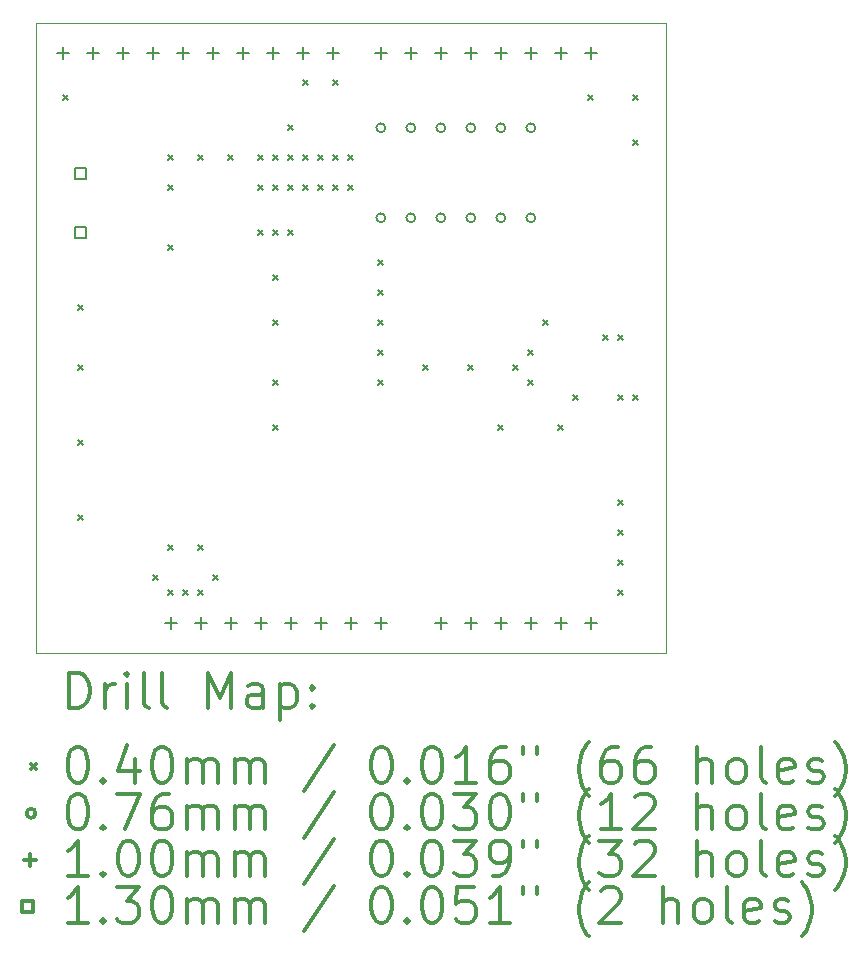
<source format=gbr>
%FSLAX45Y45*%
G04 Gerber Fmt 4.5, Leading zero omitted, Abs format (unit mm)*
G04 Created by KiCad (PCBNEW (5.1.6)-1) date 2020-09-16 22:31:21*
%MOMM*%
%LPD*%
G01*
G04 APERTURE LIST*
%TA.AperFunction,Profile*%
%ADD10C,0.050000*%
%TD*%
%ADD11C,0.200000*%
%ADD12C,0.300000*%
G04 APERTURE END LIST*
D10*
X11430000Y-13081000D02*
X11430000Y-7747000D01*
X16764000Y-13081000D02*
X11430000Y-13081000D01*
X16764000Y-7747000D02*
X16764000Y-13081000D01*
X11430000Y-7747000D02*
X16764000Y-7747000D01*
D11*
X11664000Y-8362000D02*
X11704000Y-8402000D01*
X11704000Y-8362000D02*
X11664000Y-8402000D01*
X11791000Y-10140000D02*
X11831000Y-10180000D01*
X11831000Y-10140000D02*
X11791000Y-10180000D01*
X11791000Y-10648000D02*
X11831000Y-10688000D01*
X11831000Y-10648000D02*
X11791000Y-10688000D01*
X11791000Y-11283000D02*
X11831000Y-11323000D01*
X11831000Y-11283000D02*
X11791000Y-11323000D01*
X11791000Y-11918000D02*
X11831000Y-11958000D01*
X11831000Y-11918000D02*
X11791000Y-11958000D01*
X12426000Y-12426000D02*
X12466000Y-12466000D01*
X12466000Y-12426000D02*
X12426000Y-12466000D01*
X12553000Y-8870000D02*
X12593000Y-8910000D01*
X12593000Y-8870000D02*
X12553000Y-8910000D01*
X12553000Y-9124000D02*
X12593000Y-9164000D01*
X12593000Y-9124000D02*
X12553000Y-9164000D01*
X12553000Y-9632000D02*
X12593000Y-9672000D01*
X12593000Y-9632000D02*
X12553000Y-9672000D01*
X12553000Y-12172000D02*
X12593000Y-12212000D01*
X12593000Y-12172000D02*
X12553000Y-12212000D01*
X12553000Y-12553000D02*
X12593000Y-12593000D01*
X12593000Y-12553000D02*
X12553000Y-12593000D01*
X12680000Y-12553000D02*
X12720000Y-12593000D01*
X12720000Y-12553000D02*
X12680000Y-12593000D01*
X12807000Y-8870000D02*
X12847000Y-8910000D01*
X12847000Y-8870000D02*
X12807000Y-8910000D01*
X12807000Y-12172000D02*
X12847000Y-12212000D01*
X12847000Y-12172000D02*
X12807000Y-12212000D01*
X12807000Y-12553000D02*
X12847000Y-12593000D01*
X12847000Y-12553000D02*
X12807000Y-12593000D01*
X12934000Y-12426000D02*
X12974000Y-12466000D01*
X12974000Y-12426000D02*
X12934000Y-12466000D01*
X13061000Y-8870000D02*
X13101000Y-8910000D01*
X13101000Y-8870000D02*
X13061000Y-8910000D01*
X13315000Y-8870000D02*
X13355000Y-8910000D01*
X13355000Y-8870000D02*
X13315000Y-8910000D01*
X13315000Y-9124000D02*
X13355000Y-9164000D01*
X13355000Y-9124000D02*
X13315000Y-9164000D01*
X13315000Y-9505000D02*
X13355000Y-9545000D01*
X13355000Y-9505000D02*
X13315000Y-9545000D01*
X13442000Y-8870000D02*
X13482000Y-8910000D01*
X13482000Y-8870000D02*
X13442000Y-8910000D01*
X13442000Y-9124000D02*
X13482000Y-9164000D01*
X13482000Y-9124000D02*
X13442000Y-9164000D01*
X13442000Y-9505000D02*
X13482000Y-9545000D01*
X13482000Y-9505000D02*
X13442000Y-9545000D01*
X13442000Y-9886000D02*
X13482000Y-9926000D01*
X13482000Y-9886000D02*
X13442000Y-9926000D01*
X13442000Y-10267000D02*
X13482000Y-10307000D01*
X13482000Y-10267000D02*
X13442000Y-10307000D01*
X13442000Y-10775000D02*
X13482000Y-10815000D01*
X13482000Y-10775000D02*
X13442000Y-10815000D01*
X13442000Y-11156000D02*
X13482000Y-11196000D01*
X13482000Y-11156000D02*
X13442000Y-11196000D01*
X13569000Y-8616000D02*
X13609000Y-8656000D01*
X13609000Y-8616000D02*
X13569000Y-8656000D01*
X13569000Y-8870000D02*
X13609000Y-8910000D01*
X13609000Y-8870000D02*
X13569000Y-8910000D01*
X13569000Y-9124000D02*
X13609000Y-9164000D01*
X13609000Y-9124000D02*
X13569000Y-9164000D01*
X13569000Y-9505000D02*
X13609000Y-9545000D01*
X13609000Y-9505000D02*
X13569000Y-9545000D01*
X13696000Y-8235000D02*
X13736000Y-8275000D01*
X13736000Y-8235000D02*
X13696000Y-8275000D01*
X13696000Y-8870000D02*
X13736000Y-8910000D01*
X13736000Y-8870000D02*
X13696000Y-8910000D01*
X13696000Y-9124000D02*
X13736000Y-9164000D01*
X13736000Y-9124000D02*
X13696000Y-9164000D01*
X13823000Y-8870000D02*
X13863000Y-8910000D01*
X13863000Y-8870000D02*
X13823000Y-8910000D01*
X13823000Y-9124000D02*
X13863000Y-9164000D01*
X13863000Y-9124000D02*
X13823000Y-9164000D01*
X13950000Y-8235000D02*
X13990000Y-8275000D01*
X13990000Y-8235000D02*
X13950000Y-8275000D01*
X13950000Y-8870000D02*
X13990000Y-8910000D01*
X13990000Y-8870000D02*
X13950000Y-8910000D01*
X13950000Y-9124000D02*
X13990000Y-9164000D01*
X13990000Y-9124000D02*
X13950000Y-9164000D01*
X14077000Y-8870000D02*
X14117000Y-8910000D01*
X14117000Y-8870000D02*
X14077000Y-8910000D01*
X14077000Y-9124000D02*
X14117000Y-9164000D01*
X14117000Y-9124000D02*
X14077000Y-9164000D01*
X14331000Y-9759000D02*
X14371000Y-9799000D01*
X14371000Y-9759000D02*
X14331000Y-9799000D01*
X14331000Y-10013000D02*
X14371000Y-10053000D01*
X14371000Y-10013000D02*
X14331000Y-10053000D01*
X14331000Y-10267000D02*
X14371000Y-10307000D01*
X14371000Y-10267000D02*
X14331000Y-10307000D01*
X14331000Y-10521000D02*
X14371000Y-10561000D01*
X14371000Y-10521000D02*
X14331000Y-10561000D01*
X14331000Y-10775000D02*
X14371000Y-10815000D01*
X14371000Y-10775000D02*
X14331000Y-10815000D01*
X14712000Y-10648000D02*
X14752000Y-10688000D01*
X14752000Y-10648000D02*
X14712000Y-10688000D01*
X15093000Y-10648000D02*
X15133000Y-10688000D01*
X15133000Y-10648000D02*
X15093000Y-10688000D01*
X15347000Y-11156000D02*
X15387000Y-11196000D01*
X15387000Y-11156000D02*
X15347000Y-11196000D01*
X15474000Y-10648000D02*
X15514000Y-10688000D01*
X15514000Y-10648000D02*
X15474000Y-10688000D01*
X15601000Y-10521000D02*
X15641000Y-10561000D01*
X15641000Y-10521000D02*
X15601000Y-10561000D01*
X15601000Y-10775000D02*
X15641000Y-10815000D01*
X15641000Y-10775000D02*
X15601000Y-10815000D01*
X15728000Y-10267000D02*
X15768000Y-10307000D01*
X15768000Y-10267000D02*
X15728000Y-10307000D01*
X15855000Y-11156000D02*
X15895000Y-11196000D01*
X15895000Y-11156000D02*
X15855000Y-11196000D01*
X15982000Y-10902000D02*
X16022000Y-10942000D01*
X16022000Y-10902000D02*
X15982000Y-10942000D01*
X16109000Y-8362000D02*
X16149000Y-8402000D01*
X16149000Y-8362000D02*
X16109000Y-8402000D01*
X16236000Y-10394000D02*
X16276000Y-10434000D01*
X16276000Y-10394000D02*
X16236000Y-10434000D01*
X16363000Y-10394000D02*
X16403000Y-10434000D01*
X16403000Y-10394000D02*
X16363000Y-10434000D01*
X16363000Y-10902000D02*
X16403000Y-10942000D01*
X16403000Y-10902000D02*
X16363000Y-10942000D01*
X16363000Y-11791000D02*
X16403000Y-11831000D01*
X16403000Y-11791000D02*
X16363000Y-11831000D01*
X16363000Y-12045000D02*
X16403000Y-12085000D01*
X16403000Y-12045000D02*
X16363000Y-12085000D01*
X16363000Y-12299000D02*
X16403000Y-12339000D01*
X16403000Y-12299000D02*
X16363000Y-12339000D01*
X16363000Y-12553000D02*
X16403000Y-12593000D01*
X16403000Y-12553000D02*
X16363000Y-12593000D01*
X16490000Y-8362000D02*
X16530000Y-8402000D01*
X16530000Y-8362000D02*
X16490000Y-8402000D01*
X16490000Y-8743000D02*
X16530000Y-8783000D01*
X16530000Y-8743000D02*
X16490000Y-8783000D01*
X16490000Y-10902000D02*
X16530000Y-10942000D01*
X16530000Y-10902000D02*
X16490000Y-10942000D01*
X14389100Y-8636000D02*
G75*
G03*
X14389100Y-8636000I-38100J0D01*
G01*
X14389100Y-9398000D02*
G75*
G03*
X14389100Y-9398000I-38100J0D01*
G01*
X14643100Y-8636000D02*
G75*
G03*
X14643100Y-8636000I-38100J0D01*
G01*
X14643100Y-9398000D02*
G75*
G03*
X14643100Y-9398000I-38100J0D01*
G01*
X14897100Y-8636000D02*
G75*
G03*
X14897100Y-8636000I-38100J0D01*
G01*
X14897100Y-9398000D02*
G75*
G03*
X14897100Y-9398000I-38100J0D01*
G01*
X15151100Y-8636000D02*
G75*
G03*
X15151100Y-8636000I-38100J0D01*
G01*
X15151100Y-9398000D02*
G75*
G03*
X15151100Y-9398000I-38100J0D01*
G01*
X15405100Y-8636000D02*
G75*
G03*
X15405100Y-8636000I-38100J0D01*
G01*
X15405100Y-9398000D02*
G75*
G03*
X15405100Y-9398000I-38100J0D01*
G01*
X15659100Y-8636000D02*
G75*
G03*
X15659100Y-8636000I-38100J0D01*
G01*
X15659100Y-9398000D02*
G75*
G03*
X15659100Y-9398000I-38100J0D01*
G01*
X11659000Y-7951000D02*
X11659000Y-8051000D01*
X11609000Y-8001000D02*
X11709000Y-8001000D01*
X11913000Y-7951000D02*
X11913000Y-8051000D01*
X11863000Y-8001000D02*
X11963000Y-8001000D01*
X12167000Y-7951000D02*
X12167000Y-8051000D01*
X12117000Y-8001000D02*
X12217000Y-8001000D01*
X12421000Y-7951000D02*
X12421000Y-8051000D01*
X12371000Y-8001000D02*
X12471000Y-8001000D01*
X12573000Y-12777000D02*
X12573000Y-12877000D01*
X12523000Y-12827000D02*
X12623000Y-12827000D01*
X12675000Y-7951000D02*
X12675000Y-8051000D01*
X12625000Y-8001000D02*
X12725000Y-8001000D01*
X12827000Y-12777000D02*
X12827000Y-12877000D01*
X12777000Y-12827000D02*
X12877000Y-12827000D01*
X12929000Y-7951000D02*
X12929000Y-8051000D01*
X12879000Y-8001000D02*
X12979000Y-8001000D01*
X13081000Y-12777000D02*
X13081000Y-12877000D01*
X13031000Y-12827000D02*
X13131000Y-12827000D01*
X13183000Y-7951000D02*
X13183000Y-8051000D01*
X13133000Y-8001000D02*
X13233000Y-8001000D01*
X13335000Y-12777000D02*
X13335000Y-12877000D01*
X13285000Y-12827000D02*
X13385000Y-12827000D01*
X13437000Y-7951000D02*
X13437000Y-8051000D01*
X13387000Y-8001000D02*
X13487000Y-8001000D01*
X13589000Y-12777000D02*
X13589000Y-12877000D01*
X13539000Y-12827000D02*
X13639000Y-12827000D01*
X13691000Y-7951000D02*
X13691000Y-8051000D01*
X13641000Y-8001000D02*
X13741000Y-8001000D01*
X13843000Y-12777000D02*
X13843000Y-12877000D01*
X13793000Y-12827000D02*
X13893000Y-12827000D01*
X13945000Y-7951000D02*
X13945000Y-8051000D01*
X13895000Y-8001000D02*
X13995000Y-8001000D01*
X14097000Y-12777000D02*
X14097000Y-12877000D01*
X14047000Y-12827000D02*
X14147000Y-12827000D01*
X14351000Y-7951000D02*
X14351000Y-8051000D01*
X14301000Y-8001000D02*
X14401000Y-8001000D01*
X14351000Y-12777000D02*
X14351000Y-12877000D01*
X14301000Y-12827000D02*
X14401000Y-12827000D01*
X14605000Y-7951000D02*
X14605000Y-8051000D01*
X14555000Y-8001000D02*
X14655000Y-8001000D01*
X14859000Y-7951000D02*
X14859000Y-8051000D01*
X14809000Y-8001000D02*
X14909000Y-8001000D01*
X14859000Y-12777000D02*
X14859000Y-12877000D01*
X14809000Y-12827000D02*
X14909000Y-12827000D01*
X15113000Y-7951000D02*
X15113000Y-8051000D01*
X15063000Y-8001000D02*
X15163000Y-8001000D01*
X15113000Y-12777000D02*
X15113000Y-12877000D01*
X15063000Y-12827000D02*
X15163000Y-12827000D01*
X15367000Y-7951000D02*
X15367000Y-8051000D01*
X15317000Y-8001000D02*
X15417000Y-8001000D01*
X15367000Y-12777000D02*
X15367000Y-12877000D01*
X15317000Y-12827000D02*
X15417000Y-12827000D01*
X15621000Y-7951000D02*
X15621000Y-8051000D01*
X15571000Y-8001000D02*
X15671000Y-8001000D01*
X15621000Y-12777000D02*
X15621000Y-12877000D01*
X15571000Y-12827000D02*
X15671000Y-12827000D01*
X15875000Y-7951000D02*
X15875000Y-8051000D01*
X15825000Y-8001000D02*
X15925000Y-8001000D01*
X15875000Y-12777000D02*
X15875000Y-12877000D01*
X15825000Y-12827000D02*
X15925000Y-12827000D01*
X16129000Y-7951000D02*
X16129000Y-8051000D01*
X16079000Y-8001000D02*
X16179000Y-8001000D01*
X16129000Y-12777000D02*
X16129000Y-12877000D01*
X16079000Y-12827000D02*
X16179000Y-12827000D01*
X11856962Y-9070962D02*
X11856962Y-8979038D01*
X11765038Y-8979038D01*
X11765038Y-9070962D01*
X11856962Y-9070962D01*
X11856962Y-9570962D02*
X11856962Y-9479038D01*
X11765038Y-9479038D01*
X11765038Y-9570962D01*
X11856962Y-9570962D01*
D12*
X11713928Y-13549214D02*
X11713928Y-13249214D01*
X11785357Y-13249214D01*
X11828214Y-13263500D01*
X11856786Y-13292071D01*
X11871071Y-13320643D01*
X11885357Y-13377786D01*
X11885357Y-13420643D01*
X11871071Y-13477786D01*
X11856786Y-13506357D01*
X11828214Y-13534929D01*
X11785357Y-13549214D01*
X11713928Y-13549214D01*
X12013928Y-13549214D02*
X12013928Y-13349214D01*
X12013928Y-13406357D02*
X12028214Y-13377786D01*
X12042500Y-13363500D01*
X12071071Y-13349214D01*
X12099643Y-13349214D01*
X12199643Y-13549214D02*
X12199643Y-13349214D01*
X12199643Y-13249214D02*
X12185357Y-13263500D01*
X12199643Y-13277786D01*
X12213928Y-13263500D01*
X12199643Y-13249214D01*
X12199643Y-13277786D01*
X12385357Y-13549214D02*
X12356786Y-13534929D01*
X12342500Y-13506357D01*
X12342500Y-13249214D01*
X12542500Y-13549214D02*
X12513928Y-13534929D01*
X12499643Y-13506357D01*
X12499643Y-13249214D01*
X12885357Y-13549214D02*
X12885357Y-13249214D01*
X12985357Y-13463500D01*
X13085357Y-13249214D01*
X13085357Y-13549214D01*
X13356786Y-13549214D02*
X13356786Y-13392071D01*
X13342500Y-13363500D01*
X13313928Y-13349214D01*
X13256786Y-13349214D01*
X13228214Y-13363500D01*
X13356786Y-13534929D02*
X13328214Y-13549214D01*
X13256786Y-13549214D01*
X13228214Y-13534929D01*
X13213928Y-13506357D01*
X13213928Y-13477786D01*
X13228214Y-13449214D01*
X13256786Y-13434929D01*
X13328214Y-13434929D01*
X13356786Y-13420643D01*
X13499643Y-13349214D02*
X13499643Y-13649214D01*
X13499643Y-13363500D02*
X13528214Y-13349214D01*
X13585357Y-13349214D01*
X13613928Y-13363500D01*
X13628214Y-13377786D01*
X13642500Y-13406357D01*
X13642500Y-13492071D01*
X13628214Y-13520643D01*
X13613928Y-13534929D01*
X13585357Y-13549214D01*
X13528214Y-13549214D01*
X13499643Y-13534929D01*
X13771071Y-13520643D02*
X13785357Y-13534929D01*
X13771071Y-13549214D01*
X13756786Y-13534929D01*
X13771071Y-13520643D01*
X13771071Y-13549214D01*
X13771071Y-13363500D02*
X13785357Y-13377786D01*
X13771071Y-13392071D01*
X13756786Y-13377786D01*
X13771071Y-13363500D01*
X13771071Y-13392071D01*
X11387500Y-14023500D02*
X11427500Y-14063500D01*
X11427500Y-14023500D02*
X11387500Y-14063500D01*
X11771071Y-13879214D02*
X11799643Y-13879214D01*
X11828214Y-13893500D01*
X11842500Y-13907786D01*
X11856786Y-13936357D01*
X11871071Y-13993500D01*
X11871071Y-14064929D01*
X11856786Y-14122071D01*
X11842500Y-14150643D01*
X11828214Y-14164929D01*
X11799643Y-14179214D01*
X11771071Y-14179214D01*
X11742500Y-14164929D01*
X11728214Y-14150643D01*
X11713928Y-14122071D01*
X11699643Y-14064929D01*
X11699643Y-13993500D01*
X11713928Y-13936357D01*
X11728214Y-13907786D01*
X11742500Y-13893500D01*
X11771071Y-13879214D01*
X11999643Y-14150643D02*
X12013928Y-14164929D01*
X11999643Y-14179214D01*
X11985357Y-14164929D01*
X11999643Y-14150643D01*
X11999643Y-14179214D01*
X12271071Y-13979214D02*
X12271071Y-14179214D01*
X12199643Y-13864929D02*
X12128214Y-14079214D01*
X12313928Y-14079214D01*
X12485357Y-13879214D02*
X12513928Y-13879214D01*
X12542500Y-13893500D01*
X12556786Y-13907786D01*
X12571071Y-13936357D01*
X12585357Y-13993500D01*
X12585357Y-14064929D01*
X12571071Y-14122071D01*
X12556786Y-14150643D01*
X12542500Y-14164929D01*
X12513928Y-14179214D01*
X12485357Y-14179214D01*
X12456786Y-14164929D01*
X12442500Y-14150643D01*
X12428214Y-14122071D01*
X12413928Y-14064929D01*
X12413928Y-13993500D01*
X12428214Y-13936357D01*
X12442500Y-13907786D01*
X12456786Y-13893500D01*
X12485357Y-13879214D01*
X12713928Y-14179214D02*
X12713928Y-13979214D01*
X12713928Y-14007786D02*
X12728214Y-13993500D01*
X12756786Y-13979214D01*
X12799643Y-13979214D01*
X12828214Y-13993500D01*
X12842500Y-14022071D01*
X12842500Y-14179214D01*
X12842500Y-14022071D02*
X12856786Y-13993500D01*
X12885357Y-13979214D01*
X12928214Y-13979214D01*
X12956786Y-13993500D01*
X12971071Y-14022071D01*
X12971071Y-14179214D01*
X13113928Y-14179214D02*
X13113928Y-13979214D01*
X13113928Y-14007786D02*
X13128214Y-13993500D01*
X13156786Y-13979214D01*
X13199643Y-13979214D01*
X13228214Y-13993500D01*
X13242500Y-14022071D01*
X13242500Y-14179214D01*
X13242500Y-14022071D02*
X13256786Y-13993500D01*
X13285357Y-13979214D01*
X13328214Y-13979214D01*
X13356786Y-13993500D01*
X13371071Y-14022071D01*
X13371071Y-14179214D01*
X13956786Y-13864929D02*
X13699643Y-14250643D01*
X14342500Y-13879214D02*
X14371071Y-13879214D01*
X14399643Y-13893500D01*
X14413928Y-13907786D01*
X14428214Y-13936357D01*
X14442500Y-13993500D01*
X14442500Y-14064929D01*
X14428214Y-14122071D01*
X14413928Y-14150643D01*
X14399643Y-14164929D01*
X14371071Y-14179214D01*
X14342500Y-14179214D01*
X14313928Y-14164929D01*
X14299643Y-14150643D01*
X14285357Y-14122071D01*
X14271071Y-14064929D01*
X14271071Y-13993500D01*
X14285357Y-13936357D01*
X14299643Y-13907786D01*
X14313928Y-13893500D01*
X14342500Y-13879214D01*
X14571071Y-14150643D02*
X14585357Y-14164929D01*
X14571071Y-14179214D01*
X14556786Y-14164929D01*
X14571071Y-14150643D01*
X14571071Y-14179214D01*
X14771071Y-13879214D02*
X14799643Y-13879214D01*
X14828214Y-13893500D01*
X14842500Y-13907786D01*
X14856786Y-13936357D01*
X14871071Y-13993500D01*
X14871071Y-14064929D01*
X14856786Y-14122071D01*
X14842500Y-14150643D01*
X14828214Y-14164929D01*
X14799643Y-14179214D01*
X14771071Y-14179214D01*
X14742500Y-14164929D01*
X14728214Y-14150643D01*
X14713928Y-14122071D01*
X14699643Y-14064929D01*
X14699643Y-13993500D01*
X14713928Y-13936357D01*
X14728214Y-13907786D01*
X14742500Y-13893500D01*
X14771071Y-13879214D01*
X15156786Y-14179214D02*
X14985357Y-14179214D01*
X15071071Y-14179214D02*
X15071071Y-13879214D01*
X15042500Y-13922071D01*
X15013928Y-13950643D01*
X14985357Y-13964929D01*
X15413928Y-13879214D02*
X15356786Y-13879214D01*
X15328214Y-13893500D01*
X15313928Y-13907786D01*
X15285357Y-13950643D01*
X15271071Y-14007786D01*
X15271071Y-14122071D01*
X15285357Y-14150643D01*
X15299643Y-14164929D01*
X15328214Y-14179214D01*
X15385357Y-14179214D01*
X15413928Y-14164929D01*
X15428214Y-14150643D01*
X15442500Y-14122071D01*
X15442500Y-14050643D01*
X15428214Y-14022071D01*
X15413928Y-14007786D01*
X15385357Y-13993500D01*
X15328214Y-13993500D01*
X15299643Y-14007786D01*
X15285357Y-14022071D01*
X15271071Y-14050643D01*
X15556786Y-13879214D02*
X15556786Y-13936357D01*
X15671071Y-13879214D02*
X15671071Y-13936357D01*
X16113928Y-14293500D02*
X16099643Y-14279214D01*
X16071071Y-14236357D01*
X16056786Y-14207786D01*
X16042500Y-14164929D01*
X16028214Y-14093500D01*
X16028214Y-14036357D01*
X16042500Y-13964929D01*
X16056786Y-13922071D01*
X16071071Y-13893500D01*
X16099643Y-13850643D01*
X16113928Y-13836357D01*
X16356786Y-13879214D02*
X16299643Y-13879214D01*
X16271071Y-13893500D01*
X16256786Y-13907786D01*
X16228214Y-13950643D01*
X16213928Y-14007786D01*
X16213928Y-14122071D01*
X16228214Y-14150643D01*
X16242500Y-14164929D01*
X16271071Y-14179214D01*
X16328214Y-14179214D01*
X16356786Y-14164929D01*
X16371071Y-14150643D01*
X16385357Y-14122071D01*
X16385357Y-14050643D01*
X16371071Y-14022071D01*
X16356786Y-14007786D01*
X16328214Y-13993500D01*
X16271071Y-13993500D01*
X16242500Y-14007786D01*
X16228214Y-14022071D01*
X16213928Y-14050643D01*
X16642500Y-13879214D02*
X16585357Y-13879214D01*
X16556786Y-13893500D01*
X16542500Y-13907786D01*
X16513928Y-13950643D01*
X16499643Y-14007786D01*
X16499643Y-14122071D01*
X16513928Y-14150643D01*
X16528214Y-14164929D01*
X16556786Y-14179214D01*
X16613928Y-14179214D01*
X16642500Y-14164929D01*
X16656786Y-14150643D01*
X16671071Y-14122071D01*
X16671071Y-14050643D01*
X16656786Y-14022071D01*
X16642500Y-14007786D01*
X16613928Y-13993500D01*
X16556786Y-13993500D01*
X16528214Y-14007786D01*
X16513928Y-14022071D01*
X16499643Y-14050643D01*
X17028214Y-14179214D02*
X17028214Y-13879214D01*
X17156786Y-14179214D02*
X17156786Y-14022071D01*
X17142500Y-13993500D01*
X17113928Y-13979214D01*
X17071071Y-13979214D01*
X17042500Y-13993500D01*
X17028214Y-14007786D01*
X17342500Y-14179214D02*
X17313928Y-14164929D01*
X17299643Y-14150643D01*
X17285357Y-14122071D01*
X17285357Y-14036357D01*
X17299643Y-14007786D01*
X17313928Y-13993500D01*
X17342500Y-13979214D01*
X17385357Y-13979214D01*
X17413928Y-13993500D01*
X17428214Y-14007786D01*
X17442500Y-14036357D01*
X17442500Y-14122071D01*
X17428214Y-14150643D01*
X17413928Y-14164929D01*
X17385357Y-14179214D01*
X17342500Y-14179214D01*
X17613928Y-14179214D02*
X17585357Y-14164929D01*
X17571071Y-14136357D01*
X17571071Y-13879214D01*
X17842500Y-14164929D02*
X17813928Y-14179214D01*
X17756786Y-14179214D01*
X17728214Y-14164929D01*
X17713928Y-14136357D01*
X17713928Y-14022071D01*
X17728214Y-13993500D01*
X17756786Y-13979214D01*
X17813928Y-13979214D01*
X17842500Y-13993500D01*
X17856786Y-14022071D01*
X17856786Y-14050643D01*
X17713928Y-14079214D01*
X17971071Y-14164929D02*
X17999643Y-14179214D01*
X18056786Y-14179214D01*
X18085357Y-14164929D01*
X18099643Y-14136357D01*
X18099643Y-14122071D01*
X18085357Y-14093500D01*
X18056786Y-14079214D01*
X18013928Y-14079214D01*
X17985357Y-14064929D01*
X17971071Y-14036357D01*
X17971071Y-14022071D01*
X17985357Y-13993500D01*
X18013928Y-13979214D01*
X18056786Y-13979214D01*
X18085357Y-13993500D01*
X18199643Y-14293500D02*
X18213928Y-14279214D01*
X18242500Y-14236357D01*
X18256786Y-14207786D01*
X18271071Y-14164929D01*
X18285357Y-14093500D01*
X18285357Y-14036357D01*
X18271071Y-13964929D01*
X18256786Y-13922071D01*
X18242500Y-13893500D01*
X18213928Y-13850643D01*
X18199643Y-13836357D01*
X11427500Y-14439500D02*
G75*
G03*
X11427500Y-14439500I-38100J0D01*
G01*
X11771071Y-14275214D02*
X11799643Y-14275214D01*
X11828214Y-14289500D01*
X11842500Y-14303786D01*
X11856786Y-14332357D01*
X11871071Y-14389500D01*
X11871071Y-14460929D01*
X11856786Y-14518071D01*
X11842500Y-14546643D01*
X11828214Y-14560929D01*
X11799643Y-14575214D01*
X11771071Y-14575214D01*
X11742500Y-14560929D01*
X11728214Y-14546643D01*
X11713928Y-14518071D01*
X11699643Y-14460929D01*
X11699643Y-14389500D01*
X11713928Y-14332357D01*
X11728214Y-14303786D01*
X11742500Y-14289500D01*
X11771071Y-14275214D01*
X11999643Y-14546643D02*
X12013928Y-14560929D01*
X11999643Y-14575214D01*
X11985357Y-14560929D01*
X11999643Y-14546643D01*
X11999643Y-14575214D01*
X12113928Y-14275214D02*
X12313928Y-14275214D01*
X12185357Y-14575214D01*
X12556786Y-14275214D02*
X12499643Y-14275214D01*
X12471071Y-14289500D01*
X12456786Y-14303786D01*
X12428214Y-14346643D01*
X12413928Y-14403786D01*
X12413928Y-14518071D01*
X12428214Y-14546643D01*
X12442500Y-14560929D01*
X12471071Y-14575214D01*
X12528214Y-14575214D01*
X12556786Y-14560929D01*
X12571071Y-14546643D01*
X12585357Y-14518071D01*
X12585357Y-14446643D01*
X12571071Y-14418071D01*
X12556786Y-14403786D01*
X12528214Y-14389500D01*
X12471071Y-14389500D01*
X12442500Y-14403786D01*
X12428214Y-14418071D01*
X12413928Y-14446643D01*
X12713928Y-14575214D02*
X12713928Y-14375214D01*
X12713928Y-14403786D02*
X12728214Y-14389500D01*
X12756786Y-14375214D01*
X12799643Y-14375214D01*
X12828214Y-14389500D01*
X12842500Y-14418071D01*
X12842500Y-14575214D01*
X12842500Y-14418071D02*
X12856786Y-14389500D01*
X12885357Y-14375214D01*
X12928214Y-14375214D01*
X12956786Y-14389500D01*
X12971071Y-14418071D01*
X12971071Y-14575214D01*
X13113928Y-14575214D02*
X13113928Y-14375214D01*
X13113928Y-14403786D02*
X13128214Y-14389500D01*
X13156786Y-14375214D01*
X13199643Y-14375214D01*
X13228214Y-14389500D01*
X13242500Y-14418071D01*
X13242500Y-14575214D01*
X13242500Y-14418071D02*
X13256786Y-14389500D01*
X13285357Y-14375214D01*
X13328214Y-14375214D01*
X13356786Y-14389500D01*
X13371071Y-14418071D01*
X13371071Y-14575214D01*
X13956786Y-14260929D02*
X13699643Y-14646643D01*
X14342500Y-14275214D02*
X14371071Y-14275214D01*
X14399643Y-14289500D01*
X14413928Y-14303786D01*
X14428214Y-14332357D01*
X14442500Y-14389500D01*
X14442500Y-14460929D01*
X14428214Y-14518071D01*
X14413928Y-14546643D01*
X14399643Y-14560929D01*
X14371071Y-14575214D01*
X14342500Y-14575214D01*
X14313928Y-14560929D01*
X14299643Y-14546643D01*
X14285357Y-14518071D01*
X14271071Y-14460929D01*
X14271071Y-14389500D01*
X14285357Y-14332357D01*
X14299643Y-14303786D01*
X14313928Y-14289500D01*
X14342500Y-14275214D01*
X14571071Y-14546643D02*
X14585357Y-14560929D01*
X14571071Y-14575214D01*
X14556786Y-14560929D01*
X14571071Y-14546643D01*
X14571071Y-14575214D01*
X14771071Y-14275214D02*
X14799643Y-14275214D01*
X14828214Y-14289500D01*
X14842500Y-14303786D01*
X14856786Y-14332357D01*
X14871071Y-14389500D01*
X14871071Y-14460929D01*
X14856786Y-14518071D01*
X14842500Y-14546643D01*
X14828214Y-14560929D01*
X14799643Y-14575214D01*
X14771071Y-14575214D01*
X14742500Y-14560929D01*
X14728214Y-14546643D01*
X14713928Y-14518071D01*
X14699643Y-14460929D01*
X14699643Y-14389500D01*
X14713928Y-14332357D01*
X14728214Y-14303786D01*
X14742500Y-14289500D01*
X14771071Y-14275214D01*
X14971071Y-14275214D02*
X15156786Y-14275214D01*
X15056786Y-14389500D01*
X15099643Y-14389500D01*
X15128214Y-14403786D01*
X15142500Y-14418071D01*
X15156786Y-14446643D01*
X15156786Y-14518071D01*
X15142500Y-14546643D01*
X15128214Y-14560929D01*
X15099643Y-14575214D01*
X15013928Y-14575214D01*
X14985357Y-14560929D01*
X14971071Y-14546643D01*
X15342500Y-14275214D02*
X15371071Y-14275214D01*
X15399643Y-14289500D01*
X15413928Y-14303786D01*
X15428214Y-14332357D01*
X15442500Y-14389500D01*
X15442500Y-14460929D01*
X15428214Y-14518071D01*
X15413928Y-14546643D01*
X15399643Y-14560929D01*
X15371071Y-14575214D01*
X15342500Y-14575214D01*
X15313928Y-14560929D01*
X15299643Y-14546643D01*
X15285357Y-14518071D01*
X15271071Y-14460929D01*
X15271071Y-14389500D01*
X15285357Y-14332357D01*
X15299643Y-14303786D01*
X15313928Y-14289500D01*
X15342500Y-14275214D01*
X15556786Y-14275214D02*
X15556786Y-14332357D01*
X15671071Y-14275214D02*
X15671071Y-14332357D01*
X16113928Y-14689500D02*
X16099643Y-14675214D01*
X16071071Y-14632357D01*
X16056786Y-14603786D01*
X16042500Y-14560929D01*
X16028214Y-14489500D01*
X16028214Y-14432357D01*
X16042500Y-14360929D01*
X16056786Y-14318071D01*
X16071071Y-14289500D01*
X16099643Y-14246643D01*
X16113928Y-14232357D01*
X16385357Y-14575214D02*
X16213928Y-14575214D01*
X16299643Y-14575214D02*
X16299643Y-14275214D01*
X16271071Y-14318071D01*
X16242500Y-14346643D01*
X16213928Y-14360929D01*
X16499643Y-14303786D02*
X16513928Y-14289500D01*
X16542500Y-14275214D01*
X16613928Y-14275214D01*
X16642500Y-14289500D01*
X16656786Y-14303786D01*
X16671071Y-14332357D01*
X16671071Y-14360929D01*
X16656786Y-14403786D01*
X16485357Y-14575214D01*
X16671071Y-14575214D01*
X17028214Y-14575214D02*
X17028214Y-14275214D01*
X17156786Y-14575214D02*
X17156786Y-14418071D01*
X17142500Y-14389500D01*
X17113928Y-14375214D01*
X17071071Y-14375214D01*
X17042500Y-14389500D01*
X17028214Y-14403786D01*
X17342500Y-14575214D02*
X17313928Y-14560929D01*
X17299643Y-14546643D01*
X17285357Y-14518071D01*
X17285357Y-14432357D01*
X17299643Y-14403786D01*
X17313928Y-14389500D01*
X17342500Y-14375214D01*
X17385357Y-14375214D01*
X17413928Y-14389500D01*
X17428214Y-14403786D01*
X17442500Y-14432357D01*
X17442500Y-14518071D01*
X17428214Y-14546643D01*
X17413928Y-14560929D01*
X17385357Y-14575214D01*
X17342500Y-14575214D01*
X17613928Y-14575214D02*
X17585357Y-14560929D01*
X17571071Y-14532357D01*
X17571071Y-14275214D01*
X17842500Y-14560929D02*
X17813928Y-14575214D01*
X17756786Y-14575214D01*
X17728214Y-14560929D01*
X17713928Y-14532357D01*
X17713928Y-14418071D01*
X17728214Y-14389500D01*
X17756786Y-14375214D01*
X17813928Y-14375214D01*
X17842500Y-14389500D01*
X17856786Y-14418071D01*
X17856786Y-14446643D01*
X17713928Y-14475214D01*
X17971071Y-14560929D02*
X17999643Y-14575214D01*
X18056786Y-14575214D01*
X18085357Y-14560929D01*
X18099643Y-14532357D01*
X18099643Y-14518071D01*
X18085357Y-14489500D01*
X18056786Y-14475214D01*
X18013928Y-14475214D01*
X17985357Y-14460929D01*
X17971071Y-14432357D01*
X17971071Y-14418071D01*
X17985357Y-14389500D01*
X18013928Y-14375214D01*
X18056786Y-14375214D01*
X18085357Y-14389500D01*
X18199643Y-14689500D02*
X18213928Y-14675214D01*
X18242500Y-14632357D01*
X18256786Y-14603786D01*
X18271071Y-14560929D01*
X18285357Y-14489500D01*
X18285357Y-14432357D01*
X18271071Y-14360929D01*
X18256786Y-14318071D01*
X18242500Y-14289500D01*
X18213928Y-14246643D01*
X18199643Y-14232357D01*
X11377500Y-14785500D02*
X11377500Y-14885500D01*
X11327500Y-14835500D02*
X11427500Y-14835500D01*
X11871071Y-14971214D02*
X11699643Y-14971214D01*
X11785357Y-14971214D02*
X11785357Y-14671214D01*
X11756786Y-14714071D01*
X11728214Y-14742643D01*
X11699643Y-14756929D01*
X11999643Y-14942643D02*
X12013928Y-14956929D01*
X11999643Y-14971214D01*
X11985357Y-14956929D01*
X11999643Y-14942643D01*
X11999643Y-14971214D01*
X12199643Y-14671214D02*
X12228214Y-14671214D01*
X12256786Y-14685500D01*
X12271071Y-14699786D01*
X12285357Y-14728357D01*
X12299643Y-14785500D01*
X12299643Y-14856929D01*
X12285357Y-14914071D01*
X12271071Y-14942643D01*
X12256786Y-14956929D01*
X12228214Y-14971214D01*
X12199643Y-14971214D01*
X12171071Y-14956929D01*
X12156786Y-14942643D01*
X12142500Y-14914071D01*
X12128214Y-14856929D01*
X12128214Y-14785500D01*
X12142500Y-14728357D01*
X12156786Y-14699786D01*
X12171071Y-14685500D01*
X12199643Y-14671214D01*
X12485357Y-14671214D02*
X12513928Y-14671214D01*
X12542500Y-14685500D01*
X12556786Y-14699786D01*
X12571071Y-14728357D01*
X12585357Y-14785500D01*
X12585357Y-14856929D01*
X12571071Y-14914071D01*
X12556786Y-14942643D01*
X12542500Y-14956929D01*
X12513928Y-14971214D01*
X12485357Y-14971214D01*
X12456786Y-14956929D01*
X12442500Y-14942643D01*
X12428214Y-14914071D01*
X12413928Y-14856929D01*
X12413928Y-14785500D01*
X12428214Y-14728357D01*
X12442500Y-14699786D01*
X12456786Y-14685500D01*
X12485357Y-14671214D01*
X12713928Y-14971214D02*
X12713928Y-14771214D01*
X12713928Y-14799786D02*
X12728214Y-14785500D01*
X12756786Y-14771214D01*
X12799643Y-14771214D01*
X12828214Y-14785500D01*
X12842500Y-14814071D01*
X12842500Y-14971214D01*
X12842500Y-14814071D02*
X12856786Y-14785500D01*
X12885357Y-14771214D01*
X12928214Y-14771214D01*
X12956786Y-14785500D01*
X12971071Y-14814071D01*
X12971071Y-14971214D01*
X13113928Y-14971214D02*
X13113928Y-14771214D01*
X13113928Y-14799786D02*
X13128214Y-14785500D01*
X13156786Y-14771214D01*
X13199643Y-14771214D01*
X13228214Y-14785500D01*
X13242500Y-14814071D01*
X13242500Y-14971214D01*
X13242500Y-14814071D02*
X13256786Y-14785500D01*
X13285357Y-14771214D01*
X13328214Y-14771214D01*
X13356786Y-14785500D01*
X13371071Y-14814071D01*
X13371071Y-14971214D01*
X13956786Y-14656929D02*
X13699643Y-15042643D01*
X14342500Y-14671214D02*
X14371071Y-14671214D01*
X14399643Y-14685500D01*
X14413928Y-14699786D01*
X14428214Y-14728357D01*
X14442500Y-14785500D01*
X14442500Y-14856929D01*
X14428214Y-14914071D01*
X14413928Y-14942643D01*
X14399643Y-14956929D01*
X14371071Y-14971214D01*
X14342500Y-14971214D01*
X14313928Y-14956929D01*
X14299643Y-14942643D01*
X14285357Y-14914071D01*
X14271071Y-14856929D01*
X14271071Y-14785500D01*
X14285357Y-14728357D01*
X14299643Y-14699786D01*
X14313928Y-14685500D01*
X14342500Y-14671214D01*
X14571071Y-14942643D02*
X14585357Y-14956929D01*
X14571071Y-14971214D01*
X14556786Y-14956929D01*
X14571071Y-14942643D01*
X14571071Y-14971214D01*
X14771071Y-14671214D02*
X14799643Y-14671214D01*
X14828214Y-14685500D01*
X14842500Y-14699786D01*
X14856786Y-14728357D01*
X14871071Y-14785500D01*
X14871071Y-14856929D01*
X14856786Y-14914071D01*
X14842500Y-14942643D01*
X14828214Y-14956929D01*
X14799643Y-14971214D01*
X14771071Y-14971214D01*
X14742500Y-14956929D01*
X14728214Y-14942643D01*
X14713928Y-14914071D01*
X14699643Y-14856929D01*
X14699643Y-14785500D01*
X14713928Y-14728357D01*
X14728214Y-14699786D01*
X14742500Y-14685500D01*
X14771071Y-14671214D01*
X14971071Y-14671214D02*
X15156786Y-14671214D01*
X15056786Y-14785500D01*
X15099643Y-14785500D01*
X15128214Y-14799786D01*
X15142500Y-14814071D01*
X15156786Y-14842643D01*
X15156786Y-14914071D01*
X15142500Y-14942643D01*
X15128214Y-14956929D01*
X15099643Y-14971214D01*
X15013928Y-14971214D01*
X14985357Y-14956929D01*
X14971071Y-14942643D01*
X15299643Y-14971214D02*
X15356786Y-14971214D01*
X15385357Y-14956929D01*
X15399643Y-14942643D01*
X15428214Y-14899786D01*
X15442500Y-14842643D01*
X15442500Y-14728357D01*
X15428214Y-14699786D01*
X15413928Y-14685500D01*
X15385357Y-14671214D01*
X15328214Y-14671214D01*
X15299643Y-14685500D01*
X15285357Y-14699786D01*
X15271071Y-14728357D01*
X15271071Y-14799786D01*
X15285357Y-14828357D01*
X15299643Y-14842643D01*
X15328214Y-14856929D01*
X15385357Y-14856929D01*
X15413928Y-14842643D01*
X15428214Y-14828357D01*
X15442500Y-14799786D01*
X15556786Y-14671214D02*
X15556786Y-14728357D01*
X15671071Y-14671214D02*
X15671071Y-14728357D01*
X16113928Y-15085500D02*
X16099643Y-15071214D01*
X16071071Y-15028357D01*
X16056786Y-14999786D01*
X16042500Y-14956929D01*
X16028214Y-14885500D01*
X16028214Y-14828357D01*
X16042500Y-14756929D01*
X16056786Y-14714071D01*
X16071071Y-14685500D01*
X16099643Y-14642643D01*
X16113928Y-14628357D01*
X16199643Y-14671214D02*
X16385357Y-14671214D01*
X16285357Y-14785500D01*
X16328214Y-14785500D01*
X16356786Y-14799786D01*
X16371071Y-14814071D01*
X16385357Y-14842643D01*
X16385357Y-14914071D01*
X16371071Y-14942643D01*
X16356786Y-14956929D01*
X16328214Y-14971214D01*
X16242500Y-14971214D01*
X16213928Y-14956929D01*
X16199643Y-14942643D01*
X16499643Y-14699786D02*
X16513928Y-14685500D01*
X16542500Y-14671214D01*
X16613928Y-14671214D01*
X16642500Y-14685500D01*
X16656786Y-14699786D01*
X16671071Y-14728357D01*
X16671071Y-14756929D01*
X16656786Y-14799786D01*
X16485357Y-14971214D01*
X16671071Y-14971214D01*
X17028214Y-14971214D02*
X17028214Y-14671214D01*
X17156786Y-14971214D02*
X17156786Y-14814071D01*
X17142500Y-14785500D01*
X17113928Y-14771214D01*
X17071071Y-14771214D01*
X17042500Y-14785500D01*
X17028214Y-14799786D01*
X17342500Y-14971214D02*
X17313928Y-14956929D01*
X17299643Y-14942643D01*
X17285357Y-14914071D01*
X17285357Y-14828357D01*
X17299643Y-14799786D01*
X17313928Y-14785500D01*
X17342500Y-14771214D01*
X17385357Y-14771214D01*
X17413928Y-14785500D01*
X17428214Y-14799786D01*
X17442500Y-14828357D01*
X17442500Y-14914071D01*
X17428214Y-14942643D01*
X17413928Y-14956929D01*
X17385357Y-14971214D01*
X17342500Y-14971214D01*
X17613928Y-14971214D02*
X17585357Y-14956929D01*
X17571071Y-14928357D01*
X17571071Y-14671214D01*
X17842500Y-14956929D02*
X17813928Y-14971214D01*
X17756786Y-14971214D01*
X17728214Y-14956929D01*
X17713928Y-14928357D01*
X17713928Y-14814071D01*
X17728214Y-14785500D01*
X17756786Y-14771214D01*
X17813928Y-14771214D01*
X17842500Y-14785500D01*
X17856786Y-14814071D01*
X17856786Y-14842643D01*
X17713928Y-14871214D01*
X17971071Y-14956929D02*
X17999643Y-14971214D01*
X18056786Y-14971214D01*
X18085357Y-14956929D01*
X18099643Y-14928357D01*
X18099643Y-14914071D01*
X18085357Y-14885500D01*
X18056786Y-14871214D01*
X18013928Y-14871214D01*
X17985357Y-14856929D01*
X17971071Y-14828357D01*
X17971071Y-14814071D01*
X17985357Y-14785500D01*
X18013928Y-14771214D01*
X18056786Y-14771214D01*
X18085357Y-14785500D01*
X18199643Y-15085500D02*
X18213928Y-15071214D01*
X18242500Y-15028357D01*
X18256786Y-14999786D01*
X18271071Y-14956929D01*
X18285357Y-14885500D01*
X18285357Y-14828357D01*
X18271071Y-14756929D01*
X18256786Y-14714071D01*
X18242500Y-14685500D01*
X18213928Y-14642643D01*
X18199643Y-14628357D01*
X11408462Y-15277462D02*
X11408462Y-15185538D01*
X11316537Y-15185538D01*
X11316537Y-15277462D01*
X11408462Y-15277462D01*
X11871071Y-15367214D02*
X11699643Y-15367214D01*
X11785357Y-15367214D02*
X11785357Y-15067214D01*
X11756786Y-15110071D01*
X11728214Y-15138643D01*
X11699643Y-15152929D01*
X11999643Y-15338643D02*
X12013928Y-15352929D01*
X11999643Y-15367214D01*
X11985357Y-15352929D01*
X11999643Y-15338643D01*
X11999643Y-15367214D01*
X12113928Y-15067214D02*
X12299643Y-15067214D01*
X12199643Y-15181500D01*
X12242500Y-15181500D01*
X12271071Y-15195786D01*
X12285357Y-15210071D01*
X12299643Y-15238643D01*
X12299643Y-15310071D01*
X12285357Y-15338643D01*
X12271071Y-15352929D01*
X12242500Y-15367214D01*
X12156786Y-15367214D01*
X12128214Y-15352929D01*
X12113928Y-15338643D01*
X12485357Y-15067214D02*
X12513928Y-15067214D01*
X12542500Y-15081500D01*
X12556786Y-15095786D01*
X12571071Y-15124357D01*
X12585357Y-15181500D01*
X12585357Y-15252929D01*
X12571071Y-15310071D01*
X12556786Y-15338643D01*
X12542500Y-15352929D01*
X12513928Y-15367214D01*
X12485357Y-15367214D01*
X12456786Y-15352929D01*
X12442500Y-15338643D01*
X12428214Y-15310071D01*
X12413928Y-15252929D01*
X12413928Y-15181500D01*
X12428214Y-15124357D01*
X12442500Y-15095786D01*
X12456786Y-15081500D01*
X12485357Y-15067214D01*
X12713928Y-15367214D02*
X12713928Y-15167214D01*
X12713928Y-15195786D02*
X12728214Y-15181500D01*
X12756786Y-15167214D01*
X12799643Y-15167214D01*
X12828214Y-15181500D01*
X12842500Y-15210071D01*
X12842500Y-15367214D01*
X12842500Y-15210071D02*
X12856786Y-15181500D01*
X12885357Y-15167214D01*
X12928214Y-15167214D01*
X12956786Y-15181500D01*
X12971071Y-15210071D01*
X12971071Y-15367214D01*
X13113928Y-15367214D02*
X13113928Y-15167214D01*
X13113928Y-15195786D02*
X13128214Y-15181500D01*
X13156786Y-15167214D01*
X13199643Y-15167214D01*
X13228214Y-15181500D01*
X13242500Y-15210071D01*
X13242500Y-15367214D01*
X13242500Y-15210071D02*
X13256786Y-15181500D01*
X13285357Y-15167214D01*
X13328214Y-15167214D01*
X13356786Y-15181500D01*
X13371071Y-15210071D01*
X13371071Y-15367214D01*
X13956786Y-15052929D02*
X13699643Y-15438643D01*
X14342500Y-15067214D02*
X14371071Y-15067214D01*
X14399643Y-15081500D01*
X14413928Y-15095786D01*
X14428214Y-15124357D01*
X14442500Y-15181500D01*
X14442500Y-15252929D01*
X14428214Y-15310071D01*
X14413928Y-15338643D01*
X14399643Y-15352929D01*
X14371071Y-15367214D01*
X14342500Y-15367214D01*
X14313928Y-15352929D01*
X14299643Y-15338643D01*
X14285357Y-15310071D01*
X14271071Y-15252929D01*
X14271071Y-15181500D01*
X14285357Y-15124357D01*
X14299643Y-15095786D01*
X14313928Y-15081500D01*
X14342500Y-15067214D01*
X14571071Y-15338643D02*
X14585357Y-15352929D01*
X14571071Y-15367214D01*
X14556786Y-15352929D01*
X14571071Y-15338643D01*
X14571071Y-15367214D01*
X14771071Y-15067214D02*
X14799643Y-15067214D01*
X14828214Y-15081500D01*
X14842500Y-15095786D01*
X14856786Y-15124357D01*
X14871071Y-15181500D01*
X14871071Y-15252929D01*
X14856786Y-15310071D01*
X14842500Y-15338643D01*
X14828214Y-15352929D01*
X14799643Y-15367214D01*
X14771071Y-15367214D01*
X14742500Y-15352929D01*
X14728214Y-15338643D01*
X14713928Y-15310071D01*
X14699643Y-15252929D01*
X14699643Y-15181500D01*
X14713928Y-15124357D01*
X14728214Y-15095786D01*
X14742500Y-15081500D01*
X14771071Y-15067214D01*
X15142500Y-15067214D02*
X14999643Y-15067214D01*
X14985357Y-15210071D01*
X14999643Y-15195786D01*
X15028214Y-15181500D01*
X15099643Y-15181500D01*
X15128214Y-15195786D01*
X15142500Y-15210071D01*
X15156786Y-15238643D01*
X15156786Y-15310071D01*
X15142500Y-15338643D01*
X15128214Y-15352929D01*
X15099643Y-15367214D01*
X15028214Y-15367214D01*
X14999643Y-15352929D01*
X14985357Y-15338643D01*
X15442500Y-15367214D02*
X15271071Y-15367214D01*
X15356786Y-15367214D02*
X15356786Y-15067214D01*
X15328214Y-15110071D01*
X15299643Y-15138643D01*
X15271071Y-15152929D01*
X15556786Y-15067214D02*
X15556786Y-15124357D01*
X15671071Y-15067214D02*
X15671071Y-15124357D01*
X16113928Y-15481500D02*
X16099643Y-15467214D01*
X16071071Y-15424357D01*
X16056786Y-15395786D01*
X16042500Y-15352929D01*
X16028214Y-15281500D01*
X16028214Y-15224357D01*
X16042500Y-15152929D01*
X16056786Y-15110071D01*
X16071071Y-15081500D01*
X16099643Y-15038643D01*
X16113928Y-15024357D01*
X16213928Y-15095786D02*
X16228214Y-15081500D01*
X16256786Y-15067214D01*
X16328214Y-15067214D01*
X16356786Y-15081500D01*
X16371071Y-15095786D01*
X16385357Y-15124357D01*
X16385357Y-15152929D01*
X16371071Y-15195786D01*
X16199643Y-15367214D01*
X16385357Y-15367214D01*
X16742500Y-15367214D02*
X16742500Y-15067214D01*
X16871071Y-15367214D02*
X16871071Y-15210071D01*
X16856786Y-15181500D01*
X16828214Y-15167214D01*
X16785357Y-15167214D01*
X16756786Y-15181500D01*
X16742500Y-15195786D01*
X17056786Y-15367214D02*
X17028214Y-15352929D01*
X17013928Y-15338643D01*
X16999643Y-15310071D01*
X16999643Y-15224357D01*
X17013928Y-15195786D01*
X17028214Y-15181500D01*
X17056786Y-15167214D01*
X17099643Y-15167214D01*
X17128214Y-15181500D01*
X17142500Y-15195786D01*
X17156786Y-15224357D01*
X17156786Y-15310071D01*
X17142500Y-15338643D01*
X17128214Y-15352929D01*
X17099643Y-15367214D01*
X17056786Y-15367214D01*
X17328214Y-15367214D02*
X17299643Y-15352929D01*
X17285357Y-15324357D01*
X17285357Y-15067214D01*
X17556786Y-15352929D02*
X17528214Y-15367214D01*
X17471071Y-15367214D01*
X17442500Y-15352929D01*
X17428214Y-15324357D01*
X17428214Y-15210071D01*
X17442500Y-15181500D01*
X17471071Y-15167214D01*
X17528214Y-15167214D01*
X17556786Y-15181500D01*
X17571071Y-15210071D01*
X17571071Y-15238643D01*
X17428214Y-15267214D01*
X17685357Y-15352929D02*
X17713928Y-15367214D01*
X17771071Y-15367214D01*
X17799643Y-15352929D01*
X17813928Y-15324357D01*
X17813928Y-15310071D01*
X17799643Y-15281500D01*
X17771071Y-15267214D01*
X17728214Y-15267214D01*
X17699643Y-15252929D01*
X17685357Y-15224357D01*
X17685357Y-15210071D01*
X17699643Y-15181500D01*
X17728214Y-15167214D01*
X17771071Y-15167214D01*
X17799643Y-15181500D01*
X17913928Y-15481500D02*
X17928214Y-15467214D01*
X17956786Y-15424357D01*
X17971071Y-15395786D01*
X17985357Y-15352929D01*
X17999643Y-15281500D01*
X17999643Y-15224357D01*
X17985357Y-15152929D01*
X17971071Y-15110071D01*
X17956786Y-15081500D01*
X17928214Y-15038643D01*
X17913928Y-15024357D01*
M02*

</source>
